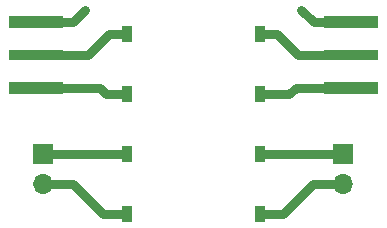
<source format=gbr>
%TF.GenerationSoftware,KiCad,Pcbnew,7.0.8*%
%TF.CreationDate,2024-01-26T15:39:35-05:00*%
%TF.ProjectId,BPF-Eval-Board,4250462d-4576-4616-9c2d-426f6172642e,rev?*%
%TF.SameCoordinates,Original*%
%TF.FileFunction,Copper,L1,Top*%
%TF.FilePolarity,Positive*%
%FSLAX46Y46*%
G04 Gerber Fmt 4.6, Leading zero omitted, Abs format (unit mm)*
G04 Created by KiCad (PCBNEW 7.0.8) date 2024-01-26 15:39:35*
%MOMM*%
%LPD*%
G01*
G04 APERTURE LIST*
%TA.AperFunction,ComponentPad*%
%ADD10R,1.700000X1.700000*%
%TD*%
%TA.AperFunction,ComponentPad*%
%ADD11O,1.700000X1.700000*%
%TD*%
%TA.AperFunction,SMDPad,CuDef*%
%ADD12R,4.560000X0.850000*%
%TD*%
%TA.AperFunction,SMDPad,CuDef*%
%ADD13R,4.560000X1.000000*%
%TD*%
%TA.AperFunction,SMDPad,CuDef*%
%ADD14R,0.889000X1.422400*%
%TD*%
%TA.AperFunction,Conductor*%
%ADD15C,0.762000*%
%TD*%
G04 APERTURE END LIST*
D10*
%TO.P,REF\u002A\u002A,1*%
%TO.N,N/C*%
X162560000Y-96520000D03*
D11*
%TO.P,REF\u002A\u002A,2*%
X162560000Y-99060000D03*
%TD*%
D10*
%TO.P,REF\u002A\u002A,1*%
%TO.N,N/C*%
X137160000Y-96520000D03*
D11*
%TO.P,REF\u002A\u002A,2*%
X137160000Y-99060000D03*
%TD*%
D12*
%TO.P,REF\u002A\u002A,1*%
%TO.N,N/C*%
X136538500Y-88140750D03*
D13*
%TO.P,REF\u002A\u002A,SH1*%
X136538500Y-85370750D03*
%TO.P,REF\u002A\u002A,SH2*%
X136538500Y-90910750D03*
%TD*%
D12*
%TO.P,REF\u002A\u002A,1*%
%TO.N,N/C*%
X163181500Y-88135250D03*
D13*
%TO.P,REF\u002A\u002A,SH1*%
X163181500Y-90905250D03*
%TO.P,REF\u002A\u002A,SH2*%
X163181500Y-85365250D03*
%TD*%
D14*
%TO.P,REF\u002A\u002A,1*%
%TO.N,N/C*%
X144259300Y-86360000D03*
%TO.P,REF\u002A\u002A,2*%
X155460700Y-86360000D03*
%TO.P,REF\u002A\u002A,3*%
X144259300Y-91440000D03*
%TO.P,REF\u002A\u002A,4*%
X155460700Y-91440000D03*
%TO.P,REF\u002A\u002A,5*%
X144259300Y-96520000D03*
%TO.P,REF\u002A\u002A,6*%
X155460700Y-96520000D03*
%TO.P,REF\u002A\u002A,7*%
X144259300Y-101600000D03*
%TO.P,REF\u002A\u002A,8*%
X155460700Y-101600000D03*
%TD*%
D15*
%TO.N,*%
X160041250Y-85365250D02*
X159004000Y-84328000D01*
X163181500Y-85365250D02*
X160041250Y-85365250D01*
X139673250Y-85370750D02*
X140716000Y-84328000D01*
X136538500Y-85370750D02*
X139673250Y-85370750D01*
X158522750Y-90905250D02*
X163181500Y-90905250D01*
X157988000Y-91440000D02*
X158522750Y-90905250D01*
X155460700Y-91440000D02*
X157988000Y-91440000D01*
X156972000Y-86360000D02*
X158747250Y-88135250D01*
X155460700Y-86360000D02*
X156972000Y-86360000D01*
X158747250Y-88135250D02*
X163181500Y-88135250D01*
X141964750Y-90910750D02*
X136538500Y-90910750D01*
X142494000Y-91440000D02*
X141964750Y-90910750D01*
X144259300Y-91440000D02*
X142494000Y-91440000D01*
X142748000Y-86360000D02*
X140967250Y-88140750D01*
X144259300Y-86360000D02*
X142748000Y-86360000D01*
X140967250Y-88140750D02*
X136538500Y-88140750D01*
X160020000Y-99060000D02*
X157480000Y-101600000D01*
X162560000Y-99060000D02*
X160020000Y-99060000D01*
X157480000Y-101600000D02*
X155460700Y-101600000D01*
X142240000Y-101600000D02*
X144259300Y-101600000D01*
X139700000Y-99060000D02*
X142240000Y-101600000D01*
X137160000Y-99060000D02*
X139700000Y-99060000D01*
X137160000Y-96520000D02*
X144259300Y-96520000D01*
X162560000Y-96520000D02*
X155460700Y-96520000D01*
%TD*%
M02*

</source>
